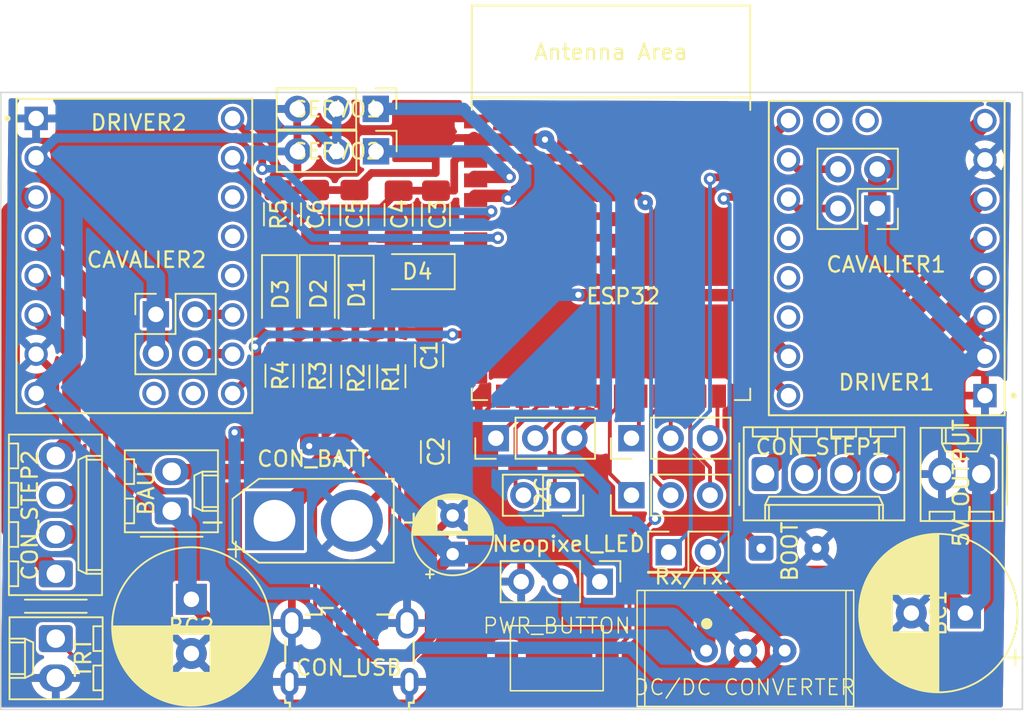
<source format=kicad_pcb>
(kicad_pcb (version 20221018) (generator pcbnew)
  (layers (0 "F.Cu" signal) (31 "B.Cu" signal) (34 "B.Paste" user) (35 "F.Paste" user) (36 "B.SilkS" user "B.Silkscreen") (37 "F.SilkS" user "F.Silkscreen") (38 "B.Mask" user) (39 "F.Mask" user) (44 "Edge.Cuts" user))
  (net 0 "")
  (net 1 "+5V")
  (net 2 "GND")
  (net 3 "+BATT")
  (net 4 "Net-(U3-EN)")
  (net 5 "+3.3V")
  (net 6 "/D-")
  (net 7 "/D+")
  (net 8 "Net-(D1-A)")
  (net 9 "Net-(D2-A)")
  (net 10 "Net-(D3-A)")
  (net 11 "Net-(D4-A)")
  (net 12 "Net-(J1-Pin_1)")
  (net 13 "Net-(J1-Pin_2)")
  (net 14 "Net-(J1-Pin_3)")
  (net 15 "Net-(J1-Pin_4)")
  (net 16 "Net-(J2-Pin_1)")
  (net 17 "Net-(J2-Pin_2)")
  (net 18 "Net-(J2-Pin_3)")
  (net 19 "Net-(J2-Pin_4)")
  (net 20 "Net-(J3-Pin_1)")
  (net 21 "Net-(J4-VBUS)")
  (net 23 "GPIO4")
  (net 24 "GPIO5")
  (net 25 "GPIO35")
  (net 26 "GPIO36")
  (net 30 "GPIO1")
  (net 33 "GPIO6")
  (net 34 "GPIO7")
  (net 38 "GPIO8")
  (net 48 "Net-(J8-Pin_1)")
  (net 49 "Net-(J8-Pin_2)")
  (net 51 "Net-(J5-Pin_2)")
  (net 52 "Net-(J5-Pin_4)")
  (net 53 "Net-(J6-Pin_2)")
  (net 54 "Net-(J6-Pin_4)")
  (net 57 "Net-(J9-Pin_2)")
  (net 58 "Net-(J7-Pin_2)")
  (net 59 "Net-(J9-Pin_1)")
  (net 60 "Net-(J7-Pin_3)")
  (net 61 "Net-(J9-Pin_3)")
  (net 62 "Net-(J7-Pin_1)")
  (net 63 "Net-(J10-Pin_1)")
  (net 64 "Net-(J10-Pin_2)")
  (net 65 "Net-(J11-Pin_1)")
  (net 66 "Net-(J11-Pin_2)")
  (net 67 "Net-(J11-Pin_3)")
  (net 68 "Net-(SW1-A)")
  (net 69 "GPIO31")
  (footprint "Connector_PinHeader_2.54mm:PinHeader_1x03_P2.54mm_Vertical" (layer "F.Cu") (at 147.193 97.028 -90)
    (fp_text reference "SERVO2")
    (fp_text value "Motor_Servo" hide)
  )
  (footprint "Capacitor_SMD:C_1206_3216Metric_Pad1.33x1.80mm_HandSolder" (layer "F.Cu") (at 148.6535 101.1305 -90)
    (fp_text reference "C4")
    (fp_text value "TBD" hide)
  )
  (footprint "Capacitor_SMD:C_1206_3216Metric_Pad1.33x1.80mm_HandSolder" (layer "F.Cu") (at 145.796 101.092 90)
    (fp_text reference "C5")
    (fp_text value "0.1uF" hide)
  )
  (footprint "Connector_PinHeader_2.54mm:PinHeader_2x01_P2.54mm_Vertical" (layer "F.Cu") (at 166.111 122.936)
    (fp_text reference "Rx/Tx")
    (fp_text value "Conn_01x02" hide)
  )
  (footprint "Capacitor_SMD:C_1206_3216Metric_Pad1.33x1.80mm_HandSolder" (layer "F.Cu") (at 143.256 101.092 90)
    (fp_text reference "C6")
    (fp_text value "22uF" hide)
  )
  (footprint "Capacitor_SMD:C_1206_3216Metric_Pad1.33x1.80mm_HandSolder" (layer "F.Cu") (at 150.622 110.236 -90)
    (fp_text reference "C1")
    (fp_text value "TBD" hide)
  )
  (footprint "Connector_AMASS:AMASS_XT30U-F_1x02_P5.0mm_Vertical" (layer "F.Cu") (at 140.629 120.904)
    (fp_text reference "CON_BATT")
    (fp_text value "Conn" hide)
  )
  (footprint "Library_button:würth WS-TASV SMT Tact Switch" (layer "F.Cu") (at 158.877 129.794)
    (fp_text reference "PWR_BUTTON")
    (fp_text value "SW_Push" hide)
  )
  (footprint "Resistor_SMD:R_1206_3216Metric_Pad1.30x1.75mm_HandSolder" (layer "F.Cu") (at 145.859 111.5925 90)
    (fp_text reference "R2")
    (fp_text value "R_Small" hide)
  )
  (footprint "Connector_PinHeader_2.54mm:PinHeader_1x03_P2.54mm_Vertical" (layer "F.Cu") (at 163.703 115.57 90)
    (fp_text reference "J9" hide)
    (fp_text value "Conn_01x03" hide)
  )
  (footprint "LED_SMD:LED_1206_3216Metric_Pad1.42x1.75mm_HandSolder" (layer "F.Cu") (at 143.392 106.189 -90)
    (fp_text reference "D2")
    (fp_text value "LED_Small" hide)
  )
  (footprint "Capacitor_THT:CP_Radial_D10.0mm_P3.50mm" (layer "F.Cu") (at 185.293 126.873 180)
    (fp_text reference "BC1")
    (fp_text value "100uF" hide)
  )
  (footprint "Connector_PinHeader_2.54mm:PinHeader_1x03_P2.54mm_Vertical" (layer "F.Cu") (at 161.656 124.841 -90)
    (fp_text reference "Neopixel_LED")
    (fp_text value "Neopixel_LED")
  )
  (footprint "TMC2209:MODULE_TMC2209_SILENTSTEPSTICK" (layer "F.Cu") (at 131.571 103.788)
    (fp_text reference "DRIVER2")
    (fp_text value "TMC2209_SILENTSTEPSTICK" hide)
  )
  (footprint "Connector_PinHeader_2.54mm:PinHeader_1x03_P2.54mm_Vertical" (layer "F.Cu") (at 147.178 94.283 -90)
    (fp_text reference "SERVO1")
    (fp_text value "Motor_Servo" hide)
  )
  (footprint "Resistor_SMD:R_1206_3216Metric_Pad1.30x1.75mm_HandSolder" (layer "F.Cu") (at 140.956 111.53 -90)
    (fp_text reference "R4")
    (fp_text value "R_Small" hide)
  )
  (footprint "Connector_Molex:Molex_KK-254_AE-6410-04A_1x04_P2.54mm_Vertical" (layer "F.Cu") (at 172.344 117.89)
    (fp_text reference "CON_STEP1")
    (fp_text value "Conn_01x04" hide)
  )
  (footprint "TMC2209:MODULE_TMC2209_SILENTSTEPSTICK" (layer "F.Cu") (at 180.205 103.925 180)
    (fp_text reference "DRIVER1")
    (fp_text value "TMC2209_SILENTSTEPSTICK" hide)
  )
  (footprint "Connector_Molex:Molex_KK-254_AE-6410-04A_1x04_P2.54mm_Vertical" (layer "F.Cu") (at 126.492 124.333 90)
    (fp_text reference "CON_STEP2")
    (fp_text value "Conn_01x04" hide)
  )
  (footprint "Resistor_SMD:R_1206_3216Metric_Pad1.30x1.75mm_HandSolder" (layer "F.Cu") (at 140.858 101.092 -90)
    (fp_text reference "R5")
    (fp_text value "TBD" hide)
  )
  (footprint "Connector_PinHeader_2.54mm:PinHeader_2x02_P2.54mm_Vertical" (layer "F.Cu") (at 132.964 107.564)
    (fp_text reference "CAVALIER2")
    (fp_text value "Conn_02x02_Odd_Even" hide)
  )
  (footprint "Capacitor_THT:CP_Radial_D5.0mm_P2.50mm" (layer "F.Cu") (at 152.146 123.063 90)
    (fp_text reference "C7" hide)
    (fp_text value "10uF" hide)
  )
  (footprint "LED_SMD:LED_1206_3216Metric_Pad1.42x1.75mm_HandSolder" (layer "F.Cu") (at 145.909 106.2325 -90)
    (fp_text reference "D1")
    (fp_text value "LED_Small" hide)
  )
  (footprint "Resistor_SMD:R_1206_3216Metric_Pad1.30x1.75mm_HandSolder" (layer "F.Cu") (at 143.369 111.53 90)
    (fp_text reference "R3")
    (fp_text value "R_Small" hide)
  )
  (footprint "Connector_PinHeader_2.54mm:PinHeader_1x03_P2.54mm_Vertical" (layer "F.Cu") (at 163.703 119.253 90)
    (fp_text reference "J7" hide)
    (fp_text value "Conn_01x03" hide)
  )
  (footprint "Capacitor_SMD:C_1206_3216Metric_Pad1.33x1.80mm_HandSolder" (layer "F.Cu") (at 151.003 116.459 90)
    (fp_text reference "C2")
    (fp_text value "TBD" hide)
  )
  (footprint "LED_SMD:LED_1206_3216Metric_Pad1.42x1.75mm_HandSolder" (layer "F.Cu") (at 140.956 106.196 -90)
    (fp_text reference "D3")
    (fp_text value "LED_Small" hide)
  )
  (footprint "Capacitor_THT:CP_Radial_D10.0mm_P3.50mm" (layer "F.Cu") (at 135.255 125.984 -90)
    (fp_text reference "BC2")
    (fp_text value "100uF" hide)
  )
  (footprint "Connector_Molex:Molex_KK-254_AE-6410-02A_1x02_P2.54mm_Vertical" (layer "F.Cu") (at 186.314 117.89 180)
    (fp_text reference "5V_OUTPUT")
    (fp_text value "Conn" hide)
  )
  (footprint "Connector_Molex:Molex_KK-254_AE-6410-02A_1x02_P2.54mm_Vertical" (layer "F.Cu") (at 133.985 120.269 90)
    (fp_text reference "BAU")
    (fp_text value "BAU" hide)
  )
  (footprint "esp32:ESP32-S3-WROOM-1" (layer "F.Cu") (at 162.3822 103.3526)
    (fp_text reference "ESP32")
    (fp_text value "ESP32-S3-WROOM-1" hide)
  )
  (footprint "LED_SMD:LED_1206_3216Metric_Pad1.42x1.75mm_HandSolder" (layer "F.Cu") (at 149.82 104.804 180)
    (fp_text reference "D4")
    (fp_text value "LED_Small" hide)
  )
  (footprint "Connector_PinHeader_2.54mm:PinHeader_1x03_P2.54mm_Vertical" (layer "F.Cu") (at 154.94 115.57 90)
    (fp_text reference "J11" hide)
    (fp_text value "Conn_01x03" hide)
  )
  (footprint "Capacitor_SMD:C_1206_3216Metric_Pad1.33x1.80mm_HandSolder" (layer "F.Cu") (at 151.0665 101.1305 90)
    (fp_text reference "C3")
    (fp_text value "0.1uF" hide)
  )
  (footprint "Connector_PinHeader_2.54mm:PinHeader_2x02_P2.54mm_Vertical" (layer "F.Cu") (at 179.597 100.721 180)
    (fp_text reference "CAVALIER1")
    (fp_text value "Conn_02x02_Odd_Even" hide)
  )
  (footprint "Connector_Molex:Molex_KK-254_AE-6410-02A_1x02_P2.54mm_Vertical" (layer "F.Cu") (at 126.492 128.524 -90)
    (fp_text reference "TRT")
    (fp_text value "TRT")
  )
  (footprint "Connector_Wire:SolderWire-0.1sqmm_1x02_P3.6mm_D0.4mm_OD1mm" (layer "F.Cu") (at 172.085 122.682)
    (fp_text reference "BOOT")
    (fp_text value "Conn" hide)
  )
  (footprint "Traco:Traco 2- 24xx" (layer "F.Cu") (at 171.069 129.159)
    (fp_text reference "DC/DC CONVERTER")
    (fp_text value "TSR_2-2433" hide)
  )
  (footprint "Resistor_SMD:R_1206_3216Metric_Pad1.30x1.75mm_HandSolder" (layer "F.Cu") (at 148.182 111.561 90)
    (fp_text reference "R1")
    (fp_text value "R_Small" hide)
  )
  (footprint "Connector_PinHeader_2.54mm:PinHeader_2x01_P2.54mm_Vertical" (layer "F.Cu") (at 159.258 119.253 180)
    (fp_text reference "I2C")
    (fp_text value "Conn_01x02" hide)
  )
  (footprint "Connector_USB:USB_Micro-B_Wuerth_629105150521" (layer "F.Cu") (at 145.477 129.368)
    (fp_text reference "CON_USB")
    (fp_text value "USB_OTG" hide)
  )
  (gr_rect (start 122.936 93.218) (end 188.976 133.096) (stroke (width 0.1)) (fill none) (layer "Edge.Cuts"))
  (segment (start 182.8292 124.4092) (end 171.2598 124.4092) (width 1.2) (layer "F.Cu") (net 1))
  (segment (start 168.529 127.14) (end 168.529 129.299) (width 1.2) (layer "F.Cu") (net 1))
  (segment (start 142.875 113.574) (end 142.875 116.078) (width 1.2) (layer "F.Cu") (net 1))
  (segment (start 183.409 98.181) (end 186.555 95.035) (width 1.2) (layer "F.Cu") (net 1))
  (segment (start 179.597 100.721) (end 179.597 98.181) (width 1.2) (layer "F.Cu") (net 1))
  (segment (start 135.255 125.984) (end 135.255 126.238) (width 0.8) (layer "F.Cu") (net 1))
  (segment (start 150.749 124.46) (end 152.146 123.063) (width 0.8) (layer "F.Cu") (net 1))
  (segment (start 143.369 113.08) (end 142.875 113.574) (width 1.2) (layer "F.Cu") (net 1))
  (segment (start 171.2598 124.4092) (end 168.529 127.14) (width 1.2) (layer "F.Cu") (net 1))
  (segment (start 185.293 126.873) (end 182.8292 124.4092) (width 1.2) (layer "F.Cu") (net 1))
  (segment (start 138.635 129.618) (end 149.401 129.618) (width 0.8) (layer "F.Cu") (net 1))
  (segment (start 135.255 126.238) (end 138.635 129.618) (width 0.8) (layer "F.Cu") (net 1))
  (segment (start 149.401 129.618) (end 150.749 128.27) (width 0.8) (layer "F.Cu") (net 1))
  (segment (start 179.597 98.181) (end 183.409 98.181) (width 1.2) (layer "F.Cu") (net 1))
  (segment (start 150.749 128.27) (end 150.749 124.46) (width 0.8) (layer "F.Cu") (net 1))
  (via (at 142.875 116.078) (size 1.2) (drill 0.4) (layers "F.Cu" "B.Cu") (net 1))
  (segment (start 144.653 94.298) (end 144.638 94.283) (width 0.6) (layer "B.Cu") (net 1))
  (segment (start 159.766 125.491) (end 159.766 126.873) (width 1.2) (layer "B.Cu") (net 1))
  (segment (start 133.985 120.269) (end 133.604 120.269) (width 1.2) (layer "B.Cu") (net 1))
  (segment (start 126.4946 96.1644) (end 140.8938 96.1644) (width 0.6) (layer "B.Cu") (net 1))
  (segment (start 143.2814 95.6564) (end 144.653 97.028) (width 0.6) (layer "B.Cu") (net 1))
  (segment (start 186.314 116.845) (end 186.314 117.89) (width 1.2) (layer "B.Cu") (net 1))
  (segment (start 159.766 126.873) (end 160.02 127.127) (width 1.2) (layer "B.Cu") (net 1))
  (segment (start 184.5818 115.1128) (end 186.314 116.845) (width 1.2) (layer "B.Cu") (net 1))
  (segment (start 132.964 107.564) (end 132.964 110.104) (width 1.2) (layer "B.Cu") (net 1))
  (segment (start 135.001 125.73) (end 135.255 125.984) (width 1.2) (layer "B.Cu") (net 1))
  (segment (start 133.985 120.269) (end 135.001 121.285) (width 1.2) (layer "B.Cu") (net 1))
  (segment (start 125.221 112.678) (end 127.635 110.264) (width 1.2) (layer "B.Cu") (net 1))
  (segment (start 135.001 121.285) (end 135.001 125.73) (width 1.2) (layer "B.Cu") (net 1))
  (segment (start 127.635 99.852) (end 125.221 97.438) (width 1.2) (layer "B.Cu") (net 1))
  (segment (start 184.5818 111.6802) (end 184.5818 115.1128) (width 1.2) (layer "B.Cu") (net 1))
  (segment (start 133.604 120.269) (end 126.013 112.678) (width 1.2) (layer "B.Cu") (net 1))
  (segment (start 126.013 112.678) (end 125.221 112.678) (width 1.2) (layer "B.Cu") (net 1))
  (segment (start 186.314 117.89) (end 186.314 125.852) (width 1.2) (layer "B.Cu") (net 1))
  (segment (start 166.357 127.127) (end 168.529 129.299) (width 1.2) (layer "B.Cu") (net 1))
  (segment (start 152.019 123.063) (end 152.146 123.063) (width 1.2) (layer "B.Cu") (net 1))
  (segment (start 126.425 98.642) (end 125.221 97.438) (width 1.2) (layer "B.Cu") (net 1))
  (segment (start 179.597 103.317) (end 186.555 110.275) (width 1.2) (layer "B.Cu") (net 1))
  (segment (start 125.221 97.438) (end 126.4946 96.1644) (width 0.6) (layer "B.Cu") (net 1))
  (segment (start 185.987 110.275) (end 184.5818 111.6802) (width 1.2) (layer "B.Cu") (net 1))
  (segment (start 145.034 116.078) (end 152.019 123.063) (width 1.2) (layer "B.Cu") (net 1))
  (segment (start 132.964 105.181) (end 132.964 107.564) (width 1.2) (layer "B.Cu") (net 1))
  (segment (start 142.875 116.078) (end 145.034 116.078) (width 1.2) (layer "B.Cu") (net 1))
  (segment (start 186.314 125.852) (end 185.293 126.873) (width 1.2) (layer "B.Cu") (net 1))
  (segment (start 125.221 97.438) (end 132.964 105.181) (width 1.2) (layer "B.Cu") (net 1))
  (segment (start 160.02 127.127) (end 166.357 127.127) (width 1.2) (layer "B.Cu") (net 1))
  (segment (start 140.8938 96.1644) (end 141.4018 95.6564) (width 0.6) (layer "B.Cu") (net 1))
  (segment (start 141.4018 95.6564) (end 143.2814 95.6564) (width 0.6) (layer "B.Cu") (net 1))
  (segment (start 127.635 110.264) (end 127.635 99.852) (width 1.2) (layer "B.Cu") (net 1))
  (segment (start 157.338 123.063) (end 159.766 125.491) (width 1.2) (layer "B.Cu") (net 1))
  (segment (start 186.555 110.275) (end 185.987 110.275) (width 1.2) (layer "B.Cu") (net 1))
  (segment (start 152.146 123.063) (end 157.338 123.063) (width 1.2) (layer "B.Cu") (net 1))
  (segment (start 179.597 100.721) (end 179.597 103.317) (width 1.2) (layer "B.Cu") (net 1))
  (segment (start 144.653 97.028) (end 144.653 94.298) (width 0.6) (layer "B.Cu") (net 1))
  (segment (start 150.494 108.5455) (end 150.622 108.6735) (width 0.25) (layer "F.Cu") (net 2))
  (segment (start 143.4355 104.745) (end 143.392 104.7015) (width 0.25) (layer "F.Cu") (net 2))
  (segment (start 145.909 104.745) (end 143.4355 104.745) (width 0.25) (layer "F.Cu") (net 2))
  (segment (start 150.494 107.0465) (end 150.494 108.5455) (width 0.25) (layer "F.Cu") (net 2))
  (segment (start 151.3075 104.804) (end 151.3075 106.233) (width 0.25) (layer "F.Cu") (net 2))
  (segment (start 151.3075 106.233) (end 150.494 107.0465) (width 0.25) (layer "F.Cu") (net 2))
  (segment (start 142.829 118.704) (end 140.629 120.904) (width 1.2) (layer "F.Cu") (net 3))
  (segment (start 142.829 117.775) (end 142.829 118.704) (width 1.2) (layer "F.Cu") (net 3))
  (segment (start 145.859 114.745) (end 142.875 117.729) (width 1) (layer "F.Cu") (net 3))
  (segment (start 145.859 113.1425) (end 145.859 114.745) (width 1) (layer "F.Cu") (net 3))
  (segment (start 142.875 117.729) (end 142.829 117.775) (width 1.2) (layer "F.Cu") (net 3))
  (segment (start 142.875 117.729) (end 133.985 117.729) (width 1) (layer "F.Cu") (net 3))
  (segment (start 152.2476 97.663) (end 152.4776 97.433) (width 0.5) (layer "F.Cu") (net 4))
  (segment (start 164.592 100.33) (end 161.695 97.433) (width 0.5) (layer "F.Cu") (net 4))
  (segment (start 147.5105 100.711) (end 148.6535 99.568) (width 0.5) (layer "F.Cu") (net 4))
  (segment (start 141.216051 102.642) (end 143.147051 100.711) (width 0.5) (layer "F.Cu") (net 4))
  (segment (start 165.227 120.777) (end 163.576 122.428) (width 0.25) (layer "F.Cu") (net 4))
  (segment (start 143.147051 100.711) (end 147.5105 100.711) (width 0.5) (layer "F.Cu") (net 4))
  (segment (start 140.858 102.642) (end 141.216051 102.642) (width 0.5) (layer "F.Cu") (net 4))
  (segment (start 152.2476 99.568) (end 152.2476 97.663) (width 0.5) (layer "F.Cu") (net 4))
  (segment (start 163.576 128.345) (end 162.127 129.794) (width 0.25) (layer "F.Cu") (net 4))
  (segment (start 148.6535 99.568) (end 151.0665 99.568) (width 0.5) (layer "F.Cu") (net 4))
  (segment (start 152.4776 97.433) (end 153.529 97.433) (width 0.5) (layer "F.Cu") (net 4))
  (segment (start 151.0665 99.568) (end 152.2476 99.568) (width 0.5) (layer "F.Cu") (net 4))
  (segment (start 163.576 122.428) (end 163.576 128.345) (width 0.25) (layer "F.Cu") (net 4))
  (segment (start 161.695 97.433) (end 153.529 97.433) (width 0.5) (layer "F.Cu") (net 4))
  (via (at 164.592 100.33) (size 1) (drill 0.3) (layers "F.Cu" "B.Cu") (net 4))
  (via (at 165.227 120.777) (size 0.8) (drill 0.4) (layers "F.Cu" "B.Cu") (net 4))
  (segment (start 164.973 120.523) (end 165.227 120.777) (width 0.25) (layer "B.Cu") (net 4))
  (segment (start 164.973 100.711) (end 164.973 120.523) (width 0.25) (layer "B.Cu") (net 4))
  (segment (start 164.592 100.33) (end 164.973 100.711) (width 0.25) (layer "B.Cu") (net 4))
  (segment (start 151.0538 97.3074) (end 152.1982 96.163) (width 0.5) (layer "F.Cu") (net 5))
  (segment (start 143.256 99.5295) (end 145.796 99.5295) (width 0.5) (layer "F.Cu") (net 5))
  (segment (start 146.9005 98.425) (end 151.0538 98.425) (width 0.5) (layer "F.Cu") (net 5))
  (segment (start 151.0538 98.425) (end 151.0538 97.3074) (width 0.5) (layer "F.Cu") (net 5))
  (segment (start 145.796 99.5295) (end 146.9005 98.425) (width 0.5) (layer "F.Cu") (net 5))
  (segment (start 138.049 115.189) (end 138.847 115.189) (width 0.8) (layer "F.Cu") (net 5))
  (segment (start 138.847 115.189) (end 140.956 113.08) (width 0.8) (layer "F.Cu") (net 5))
  (segment (start 143.2435 99.542) (end 143.256 99.5295) (width 0.5) (layer "F.Cu") (net 5))
  (segment (start 152.1982 96.163) (end 153.529 96.163) (width 0.5) (layer "F.Cu") (net 5))
  (segment (start 140.858 99.542) (end 143.2435 99.542) (width 0.5) (layer "F.Cu") (net 5))
  (segment (start 158.115 96.266) (end 153.632 96.266) (width 0.8) (layer "F.Cu") (net 5))
  (segment (start 153.632 96.266) (end 153.529 96.163) (width 0.8) (layer "F.Cu") (net 5))
  (via (at 138.049 115.189) (size 0.8) (drill 0.4) (layers "F.Cu" "B.Cu") (net 5))
  (via (at 158.115 96.266) (size 1.2) (drill 0.4) (layers "F.Cu" "B.Cu") (net 5))
  (segment (start 163.662 129.118) (end 149.750833 129.118) (width 0.8) (layer "B.Cu") (net 5))
  (segment (start 172.098 130.81) (end 165.354 130.81) (width 0.8) (layer "B.Cu") (net 5))
  (segment (start 140.081 125.603) (end 138.049 123.571) (width 0.8) (layer "B.Cu") (net 5))
  (segment (start 138.049 123.571) (end 138.049 115.189) (width 0.8) (layer "B.Cu") (net 5))
  (segment (start 163.9316 121.0056) (end 161.9758 121.0056) (width 0.8) (layer "B.Cu") (net 5))
  (segment (start 152.216214 117.02) (end 151.638 116.441786) (width 0.8) (layer "B.Cu") (net 5))
  (segment (start 162.052 114.12) (end 162.052 100.203) (width 0.8) (layer "B.Cu") (net 5))
  (segment (start 161.9758 118.8088) (end 160.187 117.02) (width 0.8) (layer "B.Cu") (net 5))
  (segment (start 164.465 124.9426) (end 164.465 121.539) (width 0.8) (layer "B.Cu") (net 5))
  (segment (start 169.2526 124.9426) (end 164.465 124.9426) (width 0.8) (layer "B.Cu") (net 5))
  (segment (start 173.609 129.299) (end 172.098 130.81) (width 0.8) (layer "B.Cu") (net 5))
  (segment (start 151.638 114.190214) (end 151.708214 114.12) (width 0.8) (layer "B.Cu") (net 5))
  (segment (start 143.256 125.603) (end 140.081 125.603) (width 0.8) (layer "B.Cu") (net 5))
  (segment (start 173.609 129.299) (end 169.2526 124.9426) (width 0.8) (layer "B.Cu") (net 5))
  (segment (start 149.250833 129.618) (end 147.271 129.618) (width 0.8) (layer "B.Cu") (net 5))
  (segment (start 151.708214 114.12) (end 162.052 114.12) (width 0.8) (layer "B.Cu") (net 5))
  (segment (start 151.638 116.441786) (end 151.638 114.190214) (width 0.8) (layer "B.Cu") (net 5))
  (segment (start 165.354 130.81) (end 163.662 129.118) (width 0.8) (layer "B.Cu") (net 5))
  (segment (start 160.187 117.02) (end 152.216214 117.02) (width 0.8) (layer "B.Cu") (net 5))
  (segment (start 161.9758 121.0056) (end 161.9758 118.8088) (width 0.8) (layer "B.Cu") (net 5))
  (segment (start 162.052 100.203) (end 158.115 96.266) (width 0.8) (layer "B.Cu") (net 5))
  (segment (start 164.465 121.539) (end 163.9316 121.0056) (width 0.8) (layer "B.Cu") (net 5))
  (segment (start 149.750833 129.118) (end 149.250833 129.618) (width 0.8) (layer "B.Cu") (net 5))
  (segment (start 147.271 129.618) (end 143.256 125.603) (width 0.8) (layer "B.Cu") (net 5))
  (segment (start 144.827 126.727314) (end 144.827 127.468) (width 0.2) (layer "F.Cu") (net 6))
  (segment (start 152.2875 110.133) (end 150.622 111.7985) (width 0.2) (layer "F.Cu") (net 6))
  (segment (start 153.529 110.133) (end 152.2875 110.133) (width 0.2) (layer "F.Cu") (net 6))
  (segment (start 148.082 115.723183) (end 148.082 123.472314) (width 0.2) (layer "F.Cu") (net 6))
  (segment (start 148.082 123.472314) (end 144.827 126.727314) (width 0.2) (layer "F.Cu") (net 6))
  (segment (start 150.622 113.183183) (end 148.082 115.723183) (width 0.2) (layer "F.Cu") (net 6))
  (segment (start 150.622 111.7985) (end 150.622 113.183183) (width 0.2) (layer "F.Cu") (net 6))
  (segment (start 153.529 111.403) (end 153.529 112.1165) (width 0.2) (layer "F.Cu") (net 7))
  (segment (start 148.717 123.403) (end 145.477 126.643) (width 0.2) (layer "F.Cu") (net 7))
  (segment (start 148.717 116.9285) (end 148.717 123.403) (width 0.2) (layer "F.Cu") (net 7))
  (segment (start 145.477 126.643) (end 145.477 127.468) (width 0.2) (layer "F.Cu") (net 7))
  (segment (start 153.529 112.1165) (end 148.717 116.9285) (width 0.2) (layer "F.Cu") (net 7))
  (segment (start 145.872 107.801) (end 145.922 107.751) (width 0.5) (layer "F.Cu") (net 8))
  (segment (start 145.859 110.0425) (end 145.859 107.77) (width 0.5) (layer "F.Cu") (net 8))
  (segment (start 145.859 107.77) (end 145.909 107.72) (width 0.5) (layer "F.Cu") (net 8))
  (segment (start 143.369 107.6995) (end 143.392 107.6765) (width 0.5) (layer "F.Cu") (net 9))
  (segment (start 143.369 109.98) (end 143.369 107.6995) (width 0.5) (layer "F.Cu") (net 9))
  (segment (start 143.359 107.748) (end 143.382 107.725) (width 0.5) (layer "F.Cu") (net 9))
  (segment (start 148.182 104.9545) (end 148.3325 104.804) (width 0.5) (layer "F.Cu") (net 10))
  (segment (start 148.182 110.011) (end 148.182 104.9545) (width 0.5) (layer "F.Cu") (net 10))
  (segment (start 140.956 107.6835) (end 140.956 109.98) (width 0.5) (layer "F.Cu") (net 11))
  (segment (start 177.165 112.92) (end 177.165 109.22) (width 1.2) (layer "F.Cu") (net 12))
  (segment (start 177.165 109.22) (end 186.27 100.115) (width 1.2) (layer "F.Cu") (net 12))
  (segment (start 172.344 117.89) (end 172.344 117.741) (width 1.2) (layer "F.Cu") (net 12))
  (segment (start 186.27 100.115) (end 186.555 100.115) (width 1.2) (layer "F.Cu") (net 12))
  (segment (start 172.344 117.741) (end 177.165 112.92) (width 1.2) (layer "F.Cu") (net 12))
  (segment (start 179.39 109.82) (end 186.555 102.655) (width 1.2) (layer "F.Cu") (net 13))
  (segment (start 174.884 117.89) (end 174.884 117.676) (width 1.2) (layer "F.Cu") (net 13))
  (segment (start 174.884 117.676) (end 179.39 113.17) (width 1.2) (layer "F.Cu") (net 13))
  (segment (start 179.39 113.17) (end 179.39 109.82) (width 1.2) (layer "F.Cu") (net 13))
  (segment (start 179.29 115.995) (end 181.99 113.295) (width 1.2) (layer "F.Cu") (net 14))
  (segment (start 177.424 117.89) (end 177.424 117.843263) (width 1.2) (layer "F.Cu") (net 14))
  (segment (start 177.424 117.843263) (end 179.272263 115.995) (width 1.2) (layer "F.Cu") (net 14))
  (segment (start 181.99 109.76) (end 186.555 105.195) (width 1.2) (layer "F.Cu") (net 14))
  (segment (start 179.272263 115.995) (end 179.29 115.995) (width 1.2) (layer "F.Cu") (net 14))
  (segment (start 181.99 113.295) (end 181.99 109.76) (width 1.2) (layer "F.Cu") (net 14))
  (segment (start 184.09 110.2) (end 186.555 107.735) (width 1.2) (layer "F.Cu") (net 15))
  (segment (start 184.09 113.764) (end 184.09 110.2) (width 1.2) (layer "F.Cu") (net 15))
  (segment (start 179.964 117.89) (end 184.09 113.764) (width 1.2) (layer "F.Cu") (net 15))
  (segment (start 123.571 100.965) (end 124.558 99.978) (width 1.2) (layer "F.Cu") (net 16))
  (segment (start 126.492 124.333) (end 126.445263 124.333) (width 1.2) (layer "F.Cu") (net 16))
  (segment (start 124.558 99.978) (end 125.221 99.978) (width 1.2) (layer "F.Cu") (net 16))
  (segment (start 123.571 121.458737) (end 123.571 100.965) (width 1.2) (layer "F.Cu") (net 16))
  (segment (start 126.445263 124.333) (end 123.571 121.458737) (width 1.2) (layer "F.Cu") (net 16))
  (segment (start 130.937 118.999) (end 128.143 121.793) (width 1.2) (layer "F.Cu") (net 17))
  (segment (start 125.221 102.518) (end 130.937 108.234) (width 1.2) (layer "F.Cu") (net 17))
  (segment (start 130.937 108.234) (end 130.937 118.999) (width 1.2) (layer "F.Cu") (net 17))
  (segment (start 128.143 121.793) (end 126.492 121.793) (width 1.2) (layer "F.Cu") (net 17))
  (segment (start 126.492 119.253) (end 127.762 119.253) (width 1.2) (layer "F.Cu") (net 18))
  (segment (start 129.286 109.123) (end 125.221 105.058) (width 1.2) (layer "F.Cu") (net 18))
  (segment (start 127.762 119.253) (end 129.286 117.729) (width 1.2) (layer "F.Cu") (net 18))
  (segment (start 129.286 117.729) (end 129.286 109.123) (width 1.2) (layer "F.Cu") (net 18))
  (segment (start 126.492 116.713) (end 127.508 115.697) (width 1.2) (layer "F.Cu") (net 19))
  (segment (start 127.508 109.885) (end 125.221 107.598) (width 1.2) (layer "F.Cu") (net 19))
  (segment (start 127.508 115.697) (end 127.508 109.885) (width 1.2) (layer "F.Cu") (net 19))
  (segment (start 170.815 121.412) (end 170.815 111.617) (width 0.5) (layer "F.Cu") (net 20))
  (segment (start 170.801 111.631) (end 171.029 111.403) (width 0.5) (layer "F.Cu") (net 20))
  (segment (start 170.815 111.617) (end 171.029 111.403) (width 0.5) (layer "F.Cu") (net 20))
  (segment (start 172.085 122.682) (end 170.815 121.412) (width 0.5) (layer "F.Cu") (net 20))
  (segment (start 148.182 115.022143) (end 143.256 119.948143) (width 0.25) (layer "F.Cu") (net 21))
  (segment (start 143.256 119.948143) (end 143.256 126.547) (width 0.25) (layer "F.Cu") (net 21))
  (segment (start 143.256 126.547) (end 144.177 127.468) (width 0.25) (layer "F.Cu") (net 21))
  (segment (start 148.182 113.111) (end 148.182 115.022143) (width 0.25) (layer "F.Cu") (net 21))
  (segment (start 153.553 98.679) (end 153.529 98.703) (width 0.8) (layer "F.Cu") (net 23))
  (segment (start 155.829 98.679) (end 153.553 98.679) (width 0.8) (layer "F.Cu") (net 23))
  (via (at 155.829 98.679) (size 0.8) (drill 0.4) (layers "F.Cu" "B.Cu") (net 23))
  (segment (start 147.193 97.028) (end 154.178 97.028) (width 0.8) (layer "B.Cu") (net 23))
  (segment (start 154.178 97.028) (end 155.829 98.679) (width 0.8) (layer "B.Cu") (net 23))
  (segment (start 155.702 100.076) (end 155.5275 99.9015) (width 0.8) (layer "F.Cu") (net 24))
  (segment (start 153.6005 99.9015) (end 153.529 99.973) (width 0.8) (layer "F.Cu") (net 24))
  (segment (start 155.5275 99.9015) (end 153.6005 99.9015) (width 0.8) (layer "F.Cu") (net 24))
  (via (at 155.702 100.076) (size 0.8) (drill 0.4) (layers "F.Cu" "B.Cu") (net 24))
  (segment (start 147.178 94.283) (end 152.847214 94.283) (width 0.8) (layer "B.Cu") (net 24))
  (segment (start 156.829001 99.093213) (end 155.846214 100.076) (width 0.8) (layer "B.Cu") (net 24))
  (segment (start 155.846214 100.076) (end 155.702 100.076) (width 0.8) (layer "B.Cu") (net 24))
  (segment (start 152.847214 94.283) (end 156.829001 98.264787) (width 0.8) (layer "B.Cu") (net 24))
  (segment (start 156.829001 98.264787) (end 156.829001 99.093213) (width 0.8) (layer "B.Cu") (net 24))
  (segment (start 172.279 111.239) (end 172.279 110.453) (width 0.6) (layer "F.Cu") (net 25))
  (segment (start 171.959 110.133) (end 171.029 110.133) (width 0.6) (layer "F.Cu") (net 25))
  (segment (start 172.279 110.453) (end 171.959 110.133) (width 0.6) (layer "F.Cu") (net 25))
  (segment (start 173.855 112.815) (end 172.279 111.239) (width 0.6) (layer "F.Cu") (net 25))
  (segment (start 173.855 110.275) (end 172.443 108.863) (width 0.8) (layer "F.Cu") (net 26))
  (segment (start 172.443 108.863) (end 171.029 108.863) (width 0.8) (layer "F.Cu") (net 26))
  (segment (start 173.855 95.035) (end 172.727 96.163) (width 0.6) (layer "F.Cu") (net 30))
  (segment (start 172.727 96.163) (end 171.029 96.163) (width 0.6) (layer "F.Cu") (net 30))
  (segment (start 154.668 100.873) (end 154.6395 100.9015) (width 0.5) (layer "F.Cu") (net 33))
  (segment (start 137.921 94.898) (end 139.841188 96.818188) (width 0.5) (layer "F.Cu") (net 33))
  (segment (start 154.359 101.243) (end 153.529 101.243) (width 0.5) (layer "F.Cu") (net 33))
  (segment (start 154.729 100.873) (end 154.359 101.243) (width 0.5) (layer "F.Cu") (net 33))
  (segment (start 139.841188 96.818188) (end 139.841188 98.156812) (width 0.5) (layer "F.Cu") (net 33))
  (segment (start 154.729 100.873) (end 154.668 100.873) (width 0.5) (layer "F.Cu") (net 33))
  (via (at 139.841188 98.156812) (size 0.8) (drill 0.4) (layers "F.Cu" "B.Cu") (net 33))
  (via (at 154.6395 100.9015) (size 0.8) (drill 0.4) (layers "F.Cu" "B.Cu") (net 33))
  (segment (start 143.9245 100.9015) (end 154.6395 100.9015) (width 0.5) (layer "B.Cu") (net 33))
  (segment (start 139.841188 98.156812) (end 141.179812 98.156812) (width 0.5) (layer "B.Cu") (net 33))
  (segment (start 141.179812 98.156812) (end 143.9245 100.9015) (width 0.5) (layer "B.Cu") (net 33))
  (segment (start 155.067 102.616) (end 153.632 102.616) (width 0.5) (layer "F.Cu") (net 34))
  (segment (start 153.632 102.616) (end 153.529 102.513) (width 0.5) (layer "F.Cu") (net 34))
  (via (at 155.067 102.616) (size 0.8) (drill 0.4) (layers "F.Cu" "B.Cu") (net 34))
  (segment (start 137.921 97.438) (end 143.099 102.616) (width 0.5) (layer "B.Cu") (net 34))
  (segment (start 143.099 102.616) (end 155.067 102.616) (width 0.5) (layer "B.Cu") (net 34))
  (segment (start 139.517 111.082) (end 139.517 109.804704) (width 0.5) (layer "F.Cu") (net 38))
  (segment (start 139.517 109.804704) (end 139.367886 109.65559) (width 0.5) (layer "F.Cu") (net 38))
  (segment (start 152.132 108.863) (end 153.529 108.863) (width 0.5) (layer "F.Cu") (net 38))
  (segment (start 137.921 112.678) (end 139.517 111.082) (width 0.5) (layer "F.Cu") (net 38))
  (via (at 152.132 108.863) (size 0.8) (drill 0.4) (layers "F.Cu" "B.Cu") (net 38))
  (via (at 139.367886 109.65559) (size 0.8) (drill 0.4) (layers "F.Cu" "B.Cu") (net 38))
  (segment (start 139.367886 109.65559) (end 140.160476 108.863) (width 0.5) (layer "B.Cu") (net 38))
  (segment (start 140.160476 108.863) (end 152.132 108.863) (width 0.5) (layer "B.Cu") (net 38))
  (segment (start 171.029 98.703) (end 168.886 98.703) (width 0.5) (layer "F.Cu") (net 48))
  (segment (start 168.886 98.703) (end 168.783 98.806) (width 0.5) (layer "F.Cu") (net 48))
  (via (at 168.783 98.806) (size 0.8) (drill 0.4) (layers "F.Cu" "B.Cu") (net 48))
  (segment (start 168.783 113.792) (end 167.5384 115.0366) (width 0.25) (layer "B.Cu") (net 48))
  (segment (start 167.5384 121.5086) (end 166.111 122.936) (width 0.25) (layer "B.Cu") (net 48))
  (segment (start 168.783 98.806) (end 168.783 113.792) (width 0.25) (layer "B.Cu") (net 48))
  (segment (start 167.5384 115.0366) (end 167.5384 121.5086) (width 0.25) (layer "B.Cu") (net 48))
  (segment (start 171.029 99.973) (end 169.775 99.973) (width 0.5) (layer "F.Cu") (net 49))
  (segment (start 169.775 99.973) (end 169.672 100.076) (width 0.5) (layer "F.Cu") (net 49))
  (via (at 169.672 100.076) (size 0.8) (drill 0.4) (layers "F.Cu" "B.Cu") (net 49))
  (segment (start 169.672 100.076) (end 170.053 100.457) (width 0.25) (layer "B.Cu") (net 49))
  (segment (start 170.053 100.457) (end 170.053 121.534) (width 0.25) (layer "B.Cu") (net 49))
  (segment (start 170.053 121.534) (end 168.651 122.936) (width 0.25) (layer "B.Cu") (net 49))
  (segment (start 177.057 100.721) (end 174.461 100.721) (width 0.5) (layer "F.Cu") (net 51))
  (segment (start 174.461 100.721) (end 173.855 100.115) (width 0.5) (layer "F.Cu") (net 51))
  (segment (start 174.461 98.181) (end 173.855 97.575) (width 0.5) (layer "F.Cu") (net 52))
  (segment (start 177.057 98.181) (end 174.461 98.181) (width 0.5) (layer "F.Cu") (net 52))
  (segment (start 137.887 107.564) (end 137.921 107.598) (width 0.6) (layer "F.Cu") (net 53))
  (segment (start 135.504 107.564) (end 137.887 107.564) (width 0.6) (layer "F.Cu") (net 53))
  (segment (start 135.504 110.104) (end 137.887 110.104) (width 0.6) (layer "F.Cu") (net 54))
  (segment (start 137.887 110.104) (end 137.921 110.138) (width 0.6) (layer "F.Cu") (net 54))
  (segment (start 166.751 113.411) (end 166.751 112.68) (width 0.25) (layer "F.Cu") (net 57))
  (segment (start 166.751 112.68) (end 166.724 112.653) (width 0.25) (layer "F.Cu") (net 57))
  (segment (start 166.243 113.919) (end 166.751 113.411) (width 0.25) (layer "F.Cu") (net 57))
  (segment (start 166.243 115.57) (end 166.243 113.919) (width 0.25) (layer "F.Cu") (net 57))
  (segment (start 166.243 119.253) (end 164.973 117.983) (width 0.25) (layer "F.Cu") (net 58))
  (segment (start 164.973 117.983) (end 164.973 114.046) (width 0.25) (layer "F.Cu") (net 58))
  (segment (start 164.973 114.046) (end 165.454 113.565) (width 0.25) (layer "F.Cu") (net 58))
  (segment (start 165.454 113.565) (end 165.454 112.653) (width 0.25) (layer "F.Cu") (net 58))
  (segment (start 164.184 112.653) (end 164.184 115.089) (width 0.25) (layer "F.Cu") (net 59))
  (segment (start 164.184 115.089) (end 163.703 115.57) (width 0.25) (layer "F.Cu") (net 59))
  (segment (start 167.499 113.933) (end 167.994 113.438) (width 0.25) (layer "F.Cu") (net 60))
  (segment (start 168.783 117.475) (end 167.499 116.191) (width 0.25) (layer "F.Cu") (net 60))
  (segment (start 167.994 113.438) (end 167.994 112.653) (width 0.25) (layer "F.Cu") (net 60))
  (segment (start 167.499 116.191) (end 167.499 113.933) (width 0.25) (layer "F.Cu") (net 60))
  (segment (start 168.783 119.253) (end 168.783 117.475) (width 0.25) (layer "F.Cu") (net 60))
  (segment (start 169.264 112.653) (end 169.264 115.089) (width 0.25) (layer "F.Cu") (net 61))
  (segment (start 169.264 115.089) (end 168.783 115.57) (width 0.25) (layer "F.Cu") (net 61))
  (segment (start 162.306 114.046) (end 162.306 117.856) (width 0.25) (layer "F.Cu") (net 62))
  (segment (start 162.941 112.68) (end 162.941 113.411) (width 0.25) (layer "F.Cu") (net 62))
  (segment (start 162.941 113.411) (end 162.306 114.046) (width 0.25) (layer "F.Cu") (net 62))
  (segment (start 162.914 112.653) (end 162.941 112.68) (width 0.25) (layer "F.Cu") (net 62))
  (segment (start 162.306 117.856) (end 163.703 119.253) (width 0.25) (layer "F.Cu") (net 62))
  (segment (start 158.75 115.062) (end 158.75 118.745) (width 0.25) (layer "F.Cu") (net 63))
  (segment (start 158.75 118.745) (end 159.258 119.253) (width 0.25) (layer "F.Cu") (net 63))
  (segment (start 160.374 113.438) (end 158.75 115.062) (width 0.25) (layer "F.Cu") (net 63))
  (segment (start 160.374 112.653) (end 160.374 113.438) (width 0.25) (layer "F.Cu") (net 63))
  (segment (start 157.834 113.311) (end 156.21 114.935) (width 0.25) (layer "F.Cu") (net 64))
  (segment (start 157.834 112.653) (end 157.834 113.311) (width 0.25) (layer "F.Cu") (net 64))
  (segment (start 156.21 114.935) (end 156.21 118.745) (width 0.25) (layer "F.Cu") (net 64))
  (segment (start 156.21 118.745) (end 156.718 119.253) (width 0.25) (layer "F.Cu") (net 64))
  (segment (start 156.564 113.946) (end 154.94 115.57) (width 0.25) (layer "F.Cu") (net 65))
  (segment (start 156.564 112.653) (end 156.564 113.946) (width 0.25) (layer "F.Cu") (net 65))
  (segment (start 159.104 112.653) (end 159.104 113.946) (width 0.25) (layer "F.Cu") (net 66))
  (segment (start 159.104 112.653) (end 158.845 112.912) (width 0.25) (layer "F.Cu") (net 66))
  (segment (start 159.104 113.946) (end 157.48 115.57) (width 0.25) (layer "F.Cu") (net 66))
  (segment (start 161.671 112.68) (end 161.644 112.653) (width 0.25) (layer "F.Cu") (net 67))
  (segment (start 161.644 113.946) (end 160.02 115.57) (width 0.25) (layer "F.Cu") (net 67))
  (segment (start 161.644 112.653) (end 161.644 113.946) (width 0.25) (layer "F.Cu") (net 67))
  (segment (start 126.492 128.524) (end 130.556 132.588) (width 0.25) (layer "F.Cu") (net 68))
  (segment (start 130.556 132.588) (end 149.833396 132.588) (width 0.25) (layer "F.Cu") (net 68))
  (segment (start 153.543 128.878396) (end 153.543 114.554) (width 0.25) (layer "F.Cu") (net 68))
  (segment (start 153.543 114.554) (end 155.294 112.803) (width 0.25) (layer "F.Cu") (net 68))
  (segment (start 149.833396 132.588) (end 153.543 128.878396) (width 0.25) (layer "F.Cu") (net 68))
  (segment (start 155.294 112.803) (end 155.294 112.653) (width 0.25) (layer "F.Cu") (net 68))
  (segment (start 160.274 106.299) (end 160.298 106.323) (width 0.25) (layer "F.Cu") (net 69))
  (segment (start 160.298 106.323) (end 171.029 106.323) (width 0.8) (layer "F.Cu") (net 69))
  (via (at 160.274 106.299) (size 0.8) (drill 0.4) (layers "F.Cu" "B.Cu") (net 69))
  (segment (start 161.656 124.841) (end 158.481 121.666) (width 0.8) (layer "B.Cu") (net 69))
  (segment (start 158.481 121.666) (end 155.448 121.666) (width 0.8) (layer "B.Cu") (net 69))
  (segment (start 158.115 106.299) (end 160.274 106.299) (width 0.8) (layer "B.Cu") (net 69))
  (segment (start 155.448 121.666) (end 149.733 115.951) (width 0.8) (layer "B.Cu") (net 69))
  (segment (start 149.733 115.951) (end 149.733 114.681) (width 0.8) (layer "B.Cu") (net 69))
  (segment (start 149.733 114.681) (end 158.115 106.299) (width 0.8) (layer "B.Cu") (net 69))
  (zone (net 2) (net_name "GND") (layers "F&B.Cu") (connect_pads (clearance 0)) (min_thickness 0.25) (fill yes (thermal_gap 0.5) (thermal_bridge_width 0.5))
    (polygon (pts (xy 142.373136 132.969) (xy 187.706 132.969) (xy 188.220136 93.853) (xy 123.450136 93.599) (xy 122.936 132.969)))
  )
)
</source>
